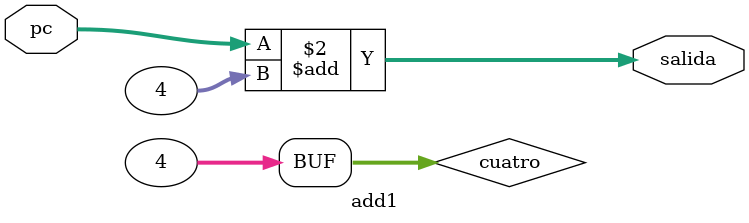
<source format=v>
module add1
(
	input [31:0] pc,
	output reg [31:0] salida
);
reg [31:0] cuatro;
initial 
begin
	cuatro <= +32'd4;
end

always @(*)
begin 
	salida <= pc + cuatro;
end
 endmodule 
</source>
